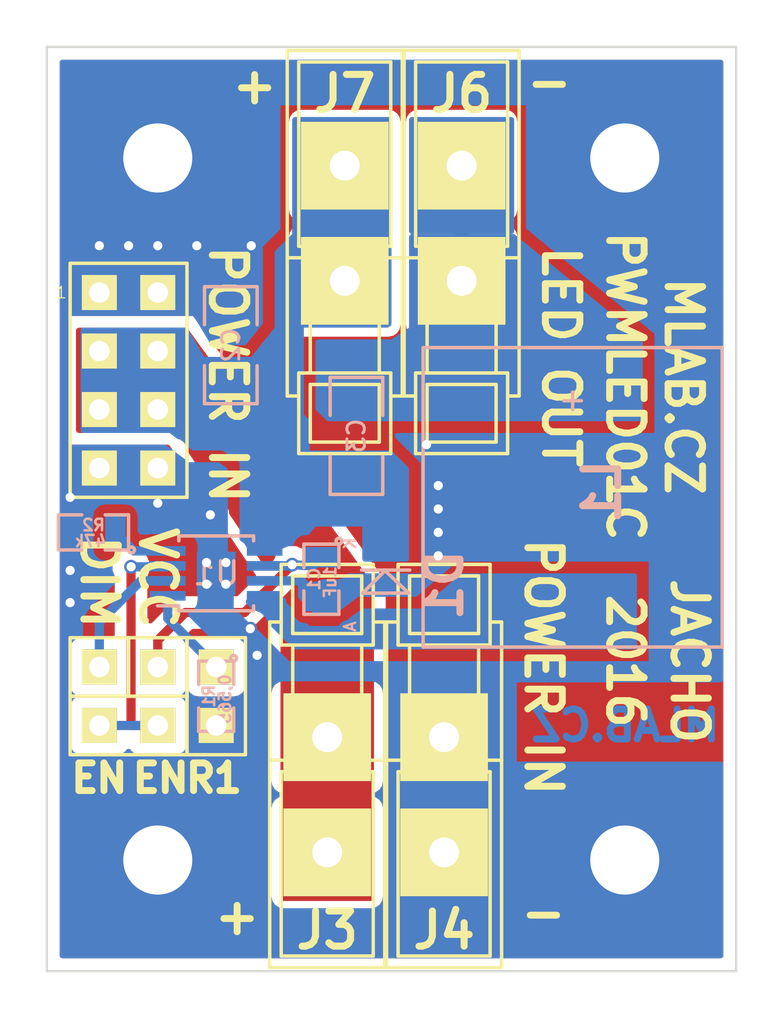
<source format=kicad_pcb>
(kicad_pcb (version 4) (host pcbnew 0.201601041403+6416~40~ubuntu15.10.1-stable)

  (general
    (links 43)
    (no_connects 0)
    (area 121.617857 64.77 156.718001 109.220001)
    (thickness 1.6)
    (drawings 21)
    (tracks 98)
    (zones 0)
    (modules 21)
    (nets 10)
  )

  (page A4)
  (layers
    (0 F.Cu signal)
    (31 B.Cu signal)
    (32 B.Adhes user)
    (33 F.Adhes user)
    (34 B.Paste user)
    (35 F.Paste user)
    (36 B.SilkS user)
    (37 F.SilkS user)
    (38 B.Mask user)
    (39 F.Mask user)
    (40 Dwgs.User user)
    (41 Cmts.User user)
    (42 Eco1.User user)
    (43 Eco2.User user)
    (44 Edge.Cuts user)
    (45 Margin user)
    (46 B.CrtYd user)
    (47 F.CrtYd user)
    (48 B.Fab user)
    (49 F.Fab user)
  )

  (setup
    (last_trace_width 0.25)
    (user_trace_width 0.2)
    (user_trace_width 0.3)
    (user_trace_width 0.4)
    (user_trace_width 0.5)
    (user_trace_width 0.6)
    (trace_clearance 0.2)
    (zone_clearance 0.508)
    (zone_45_only yes)
    (trace_min 0.2)
    (segment_width 0.2)
    (edge_width 0.1)
    (via_size 0.6)
    (via_drill 0.4)
    (via_min_size 0.4)
    (via_min_drill 0.3)
    (uvia_size 0.3)
    (uvia_drill 0.1)
    (uvias_allowed no)
    (uvia_min_size 0.2)
    (uvia_min_drill 0.1)
    (pcb_text_width 0.3)
    (pcb_text_size 1.5 1.5)
    (mod_edge_width 0.15)
    (mod_text_size 1 1)
    (mod_text_width 0.15)
    (pad_size 1.5 1.5)
    (pad_drill 0.6)
    (pad_to_mask_clearance 0)
    (aux_axis_origin 0 0)
    (visible_elements 7FFFFF7F)
    (pcbplotparams
      (layerselection 0x010e0_ffffffff)
      (usegerberextensions false)
      (excludeedgelayer true)
      (linewidth 0.300000)
      (plotframeref false)
      (viasonmask false)
      (mode 1)
      (useauxorigin false)
      (hpglpennumber 1)
      (hpglpenspeed 20)
      (hpglpendiameter 15)
      (hpglpenoverlay 2)
      (psnegative false)
      (psa4output false)
      (plotreference true)
      (plotvalue true)
      (plotinvisibletext false)
      (padsonsilk false)
      (subtractmaskfromsilk false)
      (outputformat 1)
      (mirror false)
      (drillshape 0)
      (scaleselection 1)
      (outputdirectory ../CAM_PROFI/))
  )

  (net 0 "")
  (net 1 GND)
  (net 2 /+LED)
  (net 3 /-LED)
  (net 4 /DIM)
  (net 5 /EN)
  (net 6 "Net-(R2-Pad1)")
  (net 7 "Net-(D1-Pad1)")
  (net 8 /Vcc)
  (net 9 "Net-(J1-Pad2)")

  (net_class Default "Toto je výchozí třída sítě."
    (clearance 0.2)
    (trace_width 0.25)
    (via_dia 0.6)
    (via_drill 0.4)
    (uvia_dia 0.3)
    (uvia_drill 0.1)
    (add_net /+LED)
    (add_net /-LED)
    (add_net /DIM)
    (add_net /EN)
    (add_net /Vcc)
    (add_net GND)
    (add_net "Net-(D1-Pad1)")
    (add_net "Net-(J1-Pad2)")
    (add_net "Net-(R2-Pad1)")
  )

  (module Mlab_Pin_Headers:Straight_1x02 (layer F.Cu) (tedit 5535DB0D) (tstamp 564C390C)
    (at 128.27 96.266 90)
    (descr "pin header straight 1x02")
    (tags "pin header straight 1x02")
    (path /564C66D6)
    (fp_text reference J2 (at 0 -3.81 90) (layer F.SilkS) hide
      (effects (font (size 1.5 1.5) (thickness 0.15)))
    )
    (fp_text value JUMP_2x1 (at 0 3.81 90) (layer F.SilkS) hide
      (effects (font (size 1.5 1.5) (thickness 0.15)))
    )
    (fp_text user 1 (at -1.651 -1.27 90) (layer F.SilkS) hide
      (effects (font (size 0.5 0.5) (thickness 0.05)))
    )
    (fp_line (start -1.27 -2.54) (end 1.27 -2.54) (layer F.SilkS) (width 0.15))
    (fp_line (start 1.27 -2.54) (end 1.27 2.54) (layer F.SilkS) (width 0.15))
    (fp_line (start 1.27 2.54) (end -1.27 2.54) (layer F.SilkS) (width 0.15))
    (fp_line (start -1.27 2.54) (end -1.27 -2.54) (layer F.SilkS) (width 0.15))
    (pad 2 thru_hole rect (at 0 1.27 90) (size 1.524 1.524) (drill 0.889) (layers *.Cu *.Mask F.SilkS)
      (net 5 /EN))
    (pad 1 thru_hole rect (at 0 -1.27 90) (size 1.524 1.524) (drill 0.889) (layers *.Cu *.Mask F.SilkS)
      (net 5 /EN))
    (model Pin_Headers/Pin_Header_Straight_1x02.wrl
      (at (xyz 0 0 0))
      (scale (xyz 1 1 1))
      (rotate (xyz 0 0 90))
    )
  )

  (module Mlab_Pin_Headers:Straight_1x02 (layer F.Cu) (tedit 564C5FE2) (tstamp 564C3906)
    (at 132.08 94.996 180)
    (descr "pin header straight 1x02")
    (tags "pin header straight 1x02")
    (path /56891485)
    (fp_text reference J1 (at 0 -3.81 180) (layer F.SilkS) hide
      (effects (font (size 1.5 1.5) (thickness 0.15)))
    )
    (fp_text value CONN1_2 (at 0 3.81 180) (layer F.SilkS) hide
      (effects (font (size 1.5 1.5) (thickness 0.15)))
    )
    (fp_text user 1 (at -1.651 -1.27 180) (layer F.SilkS) hide
      (effects (font (size 0.5 0.5) (thickness 0.05)))
    )
    (fp_line (start -1.27 -2.54) (end 1.27 -2.54) (layer F.SilkS) (width 0.15))
    (fp_line (start 1.27 -2.54) (end 1.27 2.54) (layer F.SilkS) (width 0.15))
    (fp_line (start 1.27 2.54) (end -1.27 2.54) (layer F.SilkS) (width 0.15))
    (fp_line (start -1.27 2.54) (end -1.27 -2.54) (layer F.SilkS) (width 0.15))
    (pad 2 thru_hole rect (at 0 1.27 180) (size 1.524 1.524) (drill 0.889) (layers *.Cu *.Mask F.SilkS)
      (net 9 "Net-(J1-Pad2)"))
    (pad 1 thru_hole rect (at 0 -1.27 180) (size 1.524 1.524) (drill 0.889) (layers *.Cu *.Mask F.SilkS)
      (net 1 GND))
    (model Pin_Headers/Pin_Header_Straight_1x02.wrl
      (at (xyz 0 0 0))
      (scale (xyz 1 1 1))
      (rotate (xyz 0 0 90))
    )
  )

  (module Mlab_R:SMD-0805 (layer B.Cu) (tedit 54799E0C) (tstamp 564C38EE)
    (at 136.652 89.916 270)
    (path /564C23E1)
    (attr smd)
    (fp_text reference C1 (at 0 0.3175 270) (layer B.SilkS)
      (effects (font (size 0.50038 0.50038) (thickness 0.10922)) (justify mirror))
    )
    (fp_text value 1uF (at 0.127 -0.381 270) (layer B.SilkS)
      (effects (font (size 0.50038 0.50038) (thickness 0.10922)) (justify mirror))
    )
    (fp_circle (center -1.651 -0.762) (end -1.651 -0.635) (layer B.SilkS) (width 0.15))
    (fp_line (start -0.508 -0.762) (end -1.524 -0.762) (layer B.SilkS) (width 0.15))
    (fp_line (start -1.524 -0.762) (end -1.524 0.762) (layer B.SilkS) (width 0.15))
    (fp_line (start -1.524 0.762) (end -0.508 0.762) (layer B.SilkS) (width 0.15))
    (fp_line (start 0.508 0.762) (end 1.524 0.762) (layer B.SilkS) (width 0.15))
    (fp_line (start 1.524 0.762) (end 1.524 -0.762) (layer B.SilkS) (width 0.15))
    (fp_line (start 1.524 -0.762) (end 0.508 -0.762) (layer B.SilkS) (width 0.15))
    (pad 1 smd rect (at -0.9525 0 270) (size 0.889 1.397) (layers B.Cu B.Paste B.Mask)
      (net 8 /Vcc))
    (pad 2 smd rect (at 0.9525 0 270) (size 0.889 1.397) (layers B.Cu B.Paste B.Mask)
      (net 1 GND))
    (model MLAB_3D/Resistors/chip_cms.wrl
      (at (xyz 0 0 0))
      (scale (xyz 0.1 0.1 0.1))
      (rotate (xyz 0 0 0))
    )
  )

  (module Mlab_D:Diode-MiniMELF_Standard (layer B.Cu) (tedit 547999ED) (tstamp 564C3900)
    (at 139.446 90.17 90)
    (descr "Diode Mini-MELF Standard")
    (tags "Diode Mini-MELF Standard")
    (path /565F4596)
    (attr smd)
    (fp_text reference D1 (at 0 2.54 90) (layer B.SilkS)
      (effects (font (thickness 0.3048)) (justify mirror))
    )
    (fp_text value TMMBAT48 (at 0 -3.81 90) (layer B.SilkS) hide
      (effects (font (thickness 0.3048)) (justify mirror))
    )
    (fp_line (start 0.65024 -0.0508) (end -0.35052 1.00076) (layer B.SilkS) (width 0.15))
    (fp_line (start -0.35052 1.00076) (end -0.35052 -1.00076) (layer B.SilkS) (width 0.15))
    (fp_line (start -0.35052 -1.00076) (end 0.65024 0) (layer B.SilkS) (width 0.15))
    (fp_line (start 0.65024 1.04902) (end 0.65024 -1.04902) (layer B.SilkS) (width 0.15))
    (fp_text user A (at -1.80086 -1.5494 90) (layer B.SilkS)
      (effects (font (size 0.50038 0.50038) (thickness 0.09906)) (justify mirror))
    )
    (fp_text user K (at 1.80086 -1.5494 90) (layer B.SilkS)
      (effects (font (size 0.50038 0.50038) (thickness 0.09906)) (justify mirror))
    )
    (fp_circle (center 0 0) (end 0 -0.55118) (layer B.Adhes) (width 0.381))
    (fp_circle (center 0 0) (end 0 -0.20066) (layer B.Adhes) (width 0.381))
    (pad 1 smd rect (at -1.75006 0 90) (size 1.30048 1.69926) (layers B.Cu B.Paste B.Mask)
      (net 7 "Net-(D1-Pad1)"))
    (pad 2 smd rect (at 1.75006 0 90) (size 1.30048 1.69926) (layers B.Cu B.Paste B.Mask)
      (net 2 /+LED))
    (model MLAB_3D/Diodes/MiniMELF_DO213AA.wrl
      (at (xyz 0 0 0))
      (scale (xyz 0.3937 0.3937 0.3937))
      (rotate (xyz 0 0 0))
    )
  )

  (module Mlab_Con:WAGO256 (layer F.Cu) (tedit 564C6033) (tstamp 564C3912)
    (at 136.906 99.314 90)
    (descr "WAGO-Series 236, 2Stift, 1pol, RM 5mm,")
    (tags "WAGO-Series 236, 2Stift, 1pol, RM 5mm, Anreibare Leiterplattenklemme")
    (path /564C46DC)
    (fp_text reference J3 (at -5.842 0 360) (layer F.SilkS)
      (effects (font (thickness 0.3048)))
    )
    (fp_text value WAGO256 (at 0.254 4.064 90) (layer F.SilkS) hide
      (effects (font (thickness 0.3048)))
    )
    (fp_line (start 7.54 2.5) (end 7.54 2) (layer F.SilkS) (width 0.15))
    (fp_line (start 7.54 -2) (end 7.54 -2.5) (layer F.SilkS) (width 0.15))
    (fp_line (start 1.54 2.5001) (end 1.54 -2.5001) (layer F.SilkS) (width 0.15))
    (fp_line (start -7.46 2.5001) (end -7.46 -2.5001) (layer F.SilkS) (width 0.15))
    (fp_line (start 9.54 1.501) (end 9.54 -1.501) (layer F.SilkS) (width 0.15))
    (fp_line (start 7.0401 1.501) (end 7.0401 -1.501) (layer F.SilkS) (width 0.15))
    (fp_line (start 10.0401 -2) (end 10.0401 2) (layer F.SilkS) (width 0.15))
    (fp_line (start 6.54 -2) (end 6.54 2) (layer F.SilkS) (width 0.15))
    (fp_line (start 3.54 1.5001) (end 3.54 -1.5001) (layer F.SilkS) (width 0.15))
    (fp_line (start 1.0399 -2) (end 1.0399 2) (layer F.SilkS) (width 0.15))
    (fp_line (start -6.9601 2) (end -6.9601 -2) (layer F.SilkS) (width 0.15))
    (fp_line (start 1.0399 1) (end 1.54 1) (layer F.SilkS) (width 0.15))
    (fp_line (start 7.0401 1.5) (end 9.54 1.5) (layer F.SilkS) (width 0.15))
    (fp_line (start 6.54 2) (end 10.0401 2) (layer F.SilkS) (width 0.15))
    (fp_line (start 1.0399 -1) (end 1.54 -1) (layer F.SilkS) (width 0.15))
    (fp_line (start 7.0401 -1.5) (end 9.54 -1.5) (layer F.SilkS) (width 0.15))
    (fp_line (start 6.54 -2) (end 10.041 -2) (layer F.SilkS) (width 0.15))
    (fp_line (start 3.54 1.5) (end 6.54 1.5) (layer F.SilkS) (width 0.15))
    (fp_line (start -6.9601 2) (end 1.0399 2) (layer F.SilkS) (width 0.15))
    (fp_line (start 1.54 2.5) (end 7.54 2.5) (layer F.SilkS) (width 0.15))
    (fp_line (start 3.54 -1.5) (end 6.54 -1.5) (layer F.SilkS) (width 0.15))
    (fp_line (start -6.9601 -2) (end 1.0399 -2) (layer F.SilkS) (width 0.15))
    (fp_line (start 1.54 -2.5) (end 7.54 -2.5) (layer F.SilkS) (width 0.15))
    (fp_line (start 1.54 2.5) (end -7.46 2.5) (layer F.SilkS) (width 0.15))
    (fp_line (start -7.46 -2.5) (end 1.54 -2.5) (layer F.SilkS) (width 0.15))
    (pad 1 thru_hole rect (at -2.46 0 180) (size 3.81 3.81) (drill 1.3) (layers *.Cu *.Mask F.SilkS)
      (net 2 /+LED))
    (pad 1 thru_hole rect (at 2.54 0 180) (size 3.81 3.81) (drill 1.3) (layers *.Cu *.Mask F.SilkS)
      (net 2 /+LED))
  )

  (module Mlab_Con:WAGO256 (layer F.Cu) (tedit 564C6037) (tstamp 564C3918)
    (at 141.986 99.314 90)
    (descr "WAGO-Series 236, 2Stift, 1pol, RM 5mm,")
    (tags "WAGO-Series 236, 2Stift, 1pol, RM 5mm, Anreibare Leiterplattenklemme")
    (path /564C45D7)
    (fp_text reference J4 (at -5.842 0 180) (layer F.SilkS)
      (effects (font (thickness 0.3048)))
    )
    (fp_text value WAGO256 (at 0.254 4.064 90) (layer F.SilkS) hide
      (effects (font (thickness 0.3048)))
    )
    (fp_line (start 7.54 2.5) (end 7.54 2) (layer F.SilkS) (width 0.15))
    (fp_line (start 7.54 -2) (end 7.54 -2.5) (layer F.SilkS) (width 0.15))
    (fp_line (start 1.54 2.5001) (end 1.54 -2.5001) (layer F.SilkS) (width 0.15))
    (fp_line (start -7.46 2.5001) (end -7.46 -2.5001) (layer F.SilkS) (width 0.15))
    (fp_line (start 9.54 1.501) (end 9.54 -1.501) (layer F.SilkS) (width 0.15))
    (fp_line (start 7.0401 1.501) (end 7.0401 -1.501) (layer F.SilkS) (width 0.15))
    (fp_line (start 10.0401 -2) (end 10.0401 2) (layer F.SilkS) (width 0.15))
    (fp_line (start 6.54 -2) (end 6.54 2) (layer F.SilkS) (width 0.15))
    (fp_line (start 3.54 1.5001) (end 3.54 -1.5001) (layer F.SilkS) (width 0.15))
    (fp_line (start 1.0399 -2) (end 1.0399 2) (layer F.SilkS) (width 0.15))
    (fp_line (start -6.9601 2) (end -6.9601 -2) (layer F.SilkS) (width 0.15))
    (fp_line (start 1.0399 1) (end 1.54 1) (layer F.SilkS) (width 0.15))
    (fp_line (start 7.0401 1.5) (end 9.54 1.5) (layer F.SilkS) (width 0.15))
    (fp_line (start 6.54 2) (end 10.0401 2) (layer F.SilkS) (width 0.15))
    (fp_line (start 1.0399 -1) (end 1.54 -1) (layer F.SilkS) (width 0.15))
    (fp_line (start 7.0401 -1.5) (end 9.54 -1.5) (layer F.SilkS) (width 0.15))
    (fp_line (start 6.54 -2) (end 10.041 -2) (layer F.SilkS) (width 0.15))
    (fp_line (start 3.54 1.5) (end 6.54 1.5) (layer F.SilkS) (width 0.15))
    (fp_line (start -6.9601 2) (end 1.0399 2) (layer F.SilkS) (width 0.15))
    (fp_line (start 1.54 2.5) (end 7.54 2.5) (layer F.SilkS) (width 0.15))
    (fp_line (start 3.54 -1.5) (end 6.54 -1.5) (layer F.SilkS) (width 0.15))
    (fp_line (start -6.9601 -2) (end 1.0399 -2) (layer F.SilkS) (width 0.15))
    (fp_line (start 1.54 -2.5) (end 7.54 -2.5) (layer F.SilkS) (width 0.15))
    (fp_line (start 1.54 2.5) (end -7.46 2.5) (layer F.SilkS) (width 0.15))
    (fp_line (start -7.46 -2.5) (end 1.54 -2.5) (layer F.SilkS) (width 0.15))
    (pad 1 thru_hole rect (at -2.46 0 180) (size 3.81 3.81) (drill 1.3) (layers *.Cu *.Mask F.SilkS)
      (net 1 GND))
    (pad 1 thru_hole rect (at 2.54 0 180) (size 3.81 3.81) (drill 1.3) (layers *.Cu *.Mask F.SilkS)
      (net 1 GND))
  )

  (module Mlab_Pin_Headers:Straight_2x04 (layer F.Cu) (tedit 5535DB57) (tstamp 564C3924)
    (at 128.27 81.28)
    (descr "pin header straight 2x04")
    (tags "pin header straight 2x04")
    (path /564C472F)
    (fp_text reference J5 (at 0 -6.35) (layer F.SilkS) hide
      (effects (font (size 1.5 1.5) (thickness 0.15)))
    )
    (fp_text value JUMP_4X2 (at 0 6.35) (layer F.SilkS) hide
      (effects (font (size 1.5 1.5) (thickness 0.15)))
    )
    (fp_text user 1 (at -2.921 -3.81) (layer F.SilkS)
      (effects (font (size 0.5 0.5) (thickness 0.05)))
    )
    (fp_line (start -2.54 -5.08) (end 2.54 -5.08) (layer F.SilkS) (width 0.15))
    (fp_line (start 2.54 -5.08) (end 2.54 5.08) (layer F.SilkS) (width 0.15))
    (fp_line (start 2.54 5.08) (end -2.54 5.08) (layer F.SilkS) (width 0.15))
    (fp_line (start -2.54 5.08) (end -2.54 -5.08) (layer F.SilkS) (width 0.15))
    (pad 1 thru_hole rect (at -1.27 -3.81) (size 1.524 1.524) (drill 0.889) (layers *.Cu *.Mask F.SilkS)
      (net 1 GND))
    (pad 2 thru_hole rect (at 1.27 -3.81) (size 1.524 1.524) (drill 0.889) (layers *.Cu *.Mask F.SilkS)
      (net 1 GND))
    (pad 3 thru_hole rect (at -1.27 -1.27) (size 1.524 1.524) (drill 0.889) (layers *.Cu *.Mask F.SilkS)
      (net 2 /+LED))
    (pad 4 thru_hole rect (at 1.27 -1.27) (size 1.524 1.524) (drill 0.889) (layers *.Cu *.Mask F.SilkS)
      (net 2 /+LED))
    (pad 5 thru_hole rect (at -1.27 1.27) (size 1.524 1.524) (drill 0.889) (layers *.Cu *.Mask F.SilkS)
      (net 2 /+LED))
    (pad 6 thru_hole rect (at 1.27 1.27) (size 1.524 1.524) (drill 0.889) (layers *.Cu *.Mask F.SilkS)
      (net 2 /+LED))
    (pad 7 thru_hole rect (at -1.27 3.81) (size 1.524 1.524) (drill 0.889) (layers *.Cu *.Mask F.SilkS)
      (net 1 GND))
    (pad 8 thru_hole rect (at 1.27 3.81) (size 1.524 1.524) (drill 0.889) (layers *.Cu *.Mask F.SilkS)
      (net 1 GND))
    (model Pin_Headers/Pin_Header_Straight_2x04.wrl
      (at (xyz 0 0 0))
      (scale (xyz 1 1 1))
      (rotate (xyz 0 0 90))
    )
  )

  (module Mlab_Con:WAGO256 (layer F.Cu) (tedit 564C6021) (tstamp 564C392A)
    (at 142.748 74.422 270)
    (descr "WAGO-Series 236, 2Stift, 1pol, RM 5mm,")
    (tags "WAGO-Series 236, 2Stift, 1pol, RM 5mm, Anreibare Leiterplattenklemme")
    (path /564C6DCF)
    (fp_text reference J6 (at -5.588 0 540) (layer F.SilkS)
      (effects (font (thickness 0.3048)))
    )
    (fp_text value WAGO256 (at 0.254 4.064 270) (layer F.SilkS) hide
      (effects (font (thickness 0.3048)))
    )
    (fp_line (start 7.54 2.5) (end 7.54 2) (layer F.SilkS) (width 0.15))
    (fp_line (start 7.54 -2) (end 7.54 -2.5) (layer F.SilkS) (width 0.15))
    (fp_line (start 1.54 2.5001) (end 1.54 -2.5001) (layer F.SilkS) (width 0.15))
    (fp_line (start -7.46 2.5001) (end -7.46 -2.5001) (layer F.SilkS) (width 0.15))
    (fp_line (start 9.54 1.501) (end 9.54 -1.501) (layer F.SilkS) (width 0.15))
    (fp_line (start 7.0401 1.501) (end 7.0401 -1.501) (layer F.SilkS) (width 0.15))
    (fp_line (start 10.0401 -2) (end 10.0401 2) (layer F.SilkS) (width 0.15))
    (fp_line (start 6.54 -2) (end 6.54 2) (layer F.SilkS) (width 0.15))
    (fp_line (start 3.54 1.5001) (end 3.54 -1.5001) (layer F.SilkS) (width 0.15))
    (fp_line (start 1.0399 -2) (end 1.0399 2) (layer F.SilkS) (width 0.15))
    (fp_line (start -6.9601 2) (end -6.9601 -2) (layer F.SilkS) (width 0.15))
    (fp_line (start 1.0399 1) (end 1.54 1) (layer F.SilkS) (width 0.15))
    (fp_line (start 7.0401 1.5) (end 9.54 1.5) (layer F.SilkS) (width 0.15))
    (fp_line (start 6.54 2) (end 10.0401 2) (layer F.SilkS) (width 0.15))
    (fp_line (start 1.0399 -1) (end 1.54 -1) (layer F.SilkS) (width 0.15))
    (fp_line (start 7.0401 -1.5) (end 9.54 -1.5) (layer F.SilkS) (width 0.15))
    (fp_line (start 6.54 -2) (end 10.041 -2) (layer F.SilkS) (width 0.15))
    (fp_line (start 3.54 1.5) (end 6.54 1.5) (layer F.SilkS) (width 0.15))
    (fp_line (start -6.9601 2) (end 1.0399 2) (layer F.SilkS) (width 0.15))
    (fp_line (start 1.54 2.5) (end 7.54 2.5) (layer F.SilkS) (width 0.15))
    (fp_line (start 3.54 -1.5) (end 6.54 -1.5) (layer F.SilkS) (width 0.15))
    (fp_line (start -6.9601 -2) (end 1.0399 -2) (layer F.SilkS) (width 0.15))
    (fp_line (start 1.54 -2.5) (end 7.54 -2.5) (layer F.SilkS) (width 0.15))
    (fp_line (start 1.54 2.5) (end -7.46 2.5) (layer F.SilkS) (width 0.15))
    (fp_line (start -7.46 -2.5) (end 1.54 -2.5) (layer F.SilkS) (width 0.15))
    (pad 1 thru_hole rect (at -2.46 0) (size 3.81 3.81) (drill 1.3) (layers *.Cu *.Mask F.SilkS)
      (net 3 /-LED))
    (pad 1 thru_hole rect (at 2.54 0) (size 3.81 3.81) (drill 1.3) (layers *.Cu *.Mask F.SilkS)
      (net 3 /-LED))
  )

  (module Mlab_Con:WAGO256 (layer F.Cu) (tedit 564C6017) (tstamp 564C3930)
    (at 137.668 74.422 270)
    (descr "WAGO-Series 236, 2Stift, 1pol, RM 5mm,")
    (tags "WAGO-Series 236, 2Stift, 1pol, RM 5mm, Anreibare Leiterplattenklemme")
    (path /564C7D80)
    (fp_text reference J7 (at -5.588 0 360) (layer F.SilkS)
      (effects (font (thickness 0.3048)))
    )
    (fp_text value WAGO256 (at 0.254 4.064 270) (layer F.SilkS) hide
      (effects (font (thickness 0.3048)))
    )
    (fp_line (start 7.54 2.5) (end 7.54 2) (layer F.SilkS) (width 0.15))
    (fp_line (start 7.54 -2) (end 7.54 -2.5) (layer F.SilkS) (width 0.15))
    (fp_line (start 1.54 2.5001) (end 1.54 -2.5001) (layer F.SilkS) (width 0.15))
    (fp_line (start -7.46 2.5001) (end -7.46 -2.5001) (layer F.SilkS) (width 0.15))
    (fp_line (start 9.54 1.501) (end 9.54 -1.501) (layer F.SilkS) (width 0.15))
    (fp_line (start 7.0401 1.501) (end 7.0401 -1.501) (layer F.SilkS) (width 0.15))
    (fp_line (start 10.0401 -2) (end 10.0401 2) (layer F.SilkS) (width 0.15))
    (fp_line (start 6.54 -2) (end 6.54 2) (layer F.SilkS) (width 0.15))
    (fp_line (start 3.54 1.5001) (end 3.54 -1.5001) (layer F.SilkS) (width 0.15))
    (fp_line (start 1.0399 -2) (end 1.0399 2) (layer F.SilkS) (width 0.15))
    (fp_line (start -6.9601 2) (end -6.9601 -2) (layer F.SilkS) (width 0.15))
    (fp_line (start 1.0399 1) (end 1.54 1) (layer F.SilkS) (width 0.15))
    (fp_line (start 7.0401 1.5) (end 9.54 1.5) (layer F.SilkS) (width 0.15))
    (fp_line (start 6.54 2) (end 10.0401 2) (layer F.SilkS) (width 0.15))
    (fp_line (start 1.0399 -1) (end 1.54 -1) (layer F.SilkS) (width 0.15))
    (fp_line (start 7.0401 -1.5) (end 9.54 -1.5) (layer F.SilkS) (width 0.15))
    (fp_line (start 6.54 -2) (end 10.041 -2) (layer F.SilkS) (width 0.15))
    (fp_line (start 3.54 1.5) (end 6.54 1.5) (layer F.SilkS) (width 0.15))
    (fp_line (start -6.9601 2) (end 1.0399 2) (layer F.SilkS) (width 0.15))
    (fp_line (start 1.54 2.5) (end 7.54 2.5) (layer F.SilkS) (width 0.15))
    (fp_line (start 3.54 -1.5) (end 6.54 -1.5) (layer F.SilkS) (width 0.15))
    (fp_line (start -6.9601 -2) (end 1.0399 -2) (layer F.SilkS) (width 0.15))
    (fp_line (start 1.54 -2.5) (end 7.54 -2.5) (layer F.SilkS) (width 0.15))
    (fp_line (start 1.54 2.5) (end -7.46 2.5) (layer F.SilkS) (width 0.15))
    (fp_line (start -7.46 -2.5) (end 1.54 -2.5) (layer F.SilkS) (width 0.15))
    (pad 1 thru_hole rect (at -2.46 0) (size 3.81 3.81) (drill 1.3) (layers *.Cu *.Mask F.SilkS)
      (net 2 /+LED))
    (pad 1 thru_hole rect (at 2.54 0) (size 3.81 3.81) (drill 1.3) (layers *.Cu *.Mask F.SilkS)
      (net 2 /+LED))
  )

  (module Mlab_L:DE1205-10 (layer B.Cu) (tedit 564C61C4) (tstamp 564C3936)
    (at 147.574 86.36 90)
    (descr "SMT capacitor, aluminium electrolytic, 10x10.5")
    (path /564C22DA)
    (fp_text reference L1 (at 0.254 1.27 90) (layer B.SilkS)
      (effects (font (thickness 0.3048)) (justify mirror))
    )
    (fp_text value "DE1207-22 (22uH)" (at 0 -5.842 90) (layer B.SilkS) hide
      (effects (font (size 0.50038 0.50038) (thickness 0.11938)) (justify mirror))
    )
    (fp_line (start -6.5 6.5) (end -6.5 -6.5) (layer B.SilkS) (width 0.15))
    (fp_line (start -6.5 -6.5) (end 6.5 -6.5) (layer B.SilkS) (width 0.15))
    (fp_line (start 6.5 -6.5) (end 6.5 6.5) (layer B.SilkS) (width 0.15))
    (fp_line (start 6.5 6.5) (end -6.5 6.5) (layer B.SilkS) (width 0.15))
    (fp_line (start 4.572 0) (end 3.81 0) (layer B.SilkS) (width 0.15))
    (fp_line (start 4.191 0.381) (end 4.191 -0.381) (layer B.SilkS) (width 0.15))
    (pad 1 smd rect (at 5 0 90) (size 3 5.5) (layers B.Cu B.Paste B.Mask)
      (net 3 /-LED))
    (pad 2 smd rect (at -5 0 90) (size 3 5.5) (layers B.Cu B.Paste B.Mask)
      (net 7 "Net-(D1-Pad1)"))
    (model Capacitors_SMD/c_elec_10x10_5.wrl
      (at (xyz 0 0 0))
      (scale (xyz 1 1 1))
      (rotate (xyz 0 0 0))
    )
  )

  (module Mlab_Mechanical:MountingHole_3mm placed (layer F.Cu) (tedit 5535DB2C) (tstamp 564C393B)
    (at 149.84 102.108)
    (descr "Mounting hole, Befestigungsbohrung, 3mm, No Annular, Kein Restring,")
    (tags "Mounting hole, Befestigungsbohrung, 3mm, No Annular, Kein Restring,")
    (path /564C252E)
    (fp_text reference P1 (at 0 -4.191) (layer F.SilkS) hide
      (effects (font (thickness 0.3048)))
    )
    (fp_text value M3 (at 0 4.191) (layer F.SilkS) hide
      (effects (font (thickness 0.3048)))
    )
    (fp_circle (center 0 0) (end 2.99974 0) (layer Cmts.User) (width 0.381))
    (pad 1 thru_hole circle (at 0 0) (size 6 6) (drill 3) (layers *.Cu *.Adhes *.Mask)
      (net 1 GND) (clearance 1) (zone_connect 2))
  )

  (module Mlab_Mechanical:MountingHole_3mm placed (layer F.Cu) (tedit 5535DB2C) (tstamp 564C3940)
    (at 149.84 71.628)
    (descr "Mounting hole, Befestigungsbohrung, 3mm, No Annular, Kein Restring,")
    (tags "Mounting hole, Befestigungsbohrung, 3mm, No Annular, Kein Restring,")
    (path /564CD7AE)
    (fp_text reference P2 (at 0 -4.191) (layer F.SilkS) hide
      (effects (font (thickness 0.3048)))
    )
    (fp_text value M3 (at 0 4.191) (layer F.SilkS) hide
      (effects (font (thickness 0.3048)))
    )
    (fp_circle (center 0 0) (end 2.99974 0) (layer Cmts.User) (width 0.381))
    (pad 1 thru_hole circle (at 0 0) (size 6 6) (drill 3) (layers *.Cu *.Adhes *.Mask)
      (net 1 GND) (clearance 1) (zone_connect 2))
  )

  (module Mlab_Mechanical:MountingHole_3mm placed (layer F.Cu) (tedit 5535DB2C) (tstamp 564C3945)
    (at 129.54 71.628)
    (descr "Mounting hole, Befestigungsbohrung, 3mm, No Annular, Kein Restring,")
    (tags "Mounting hole, Befestigungsbohrung, 3mm, No Annular, Kein Restring,")
    (path /564CD84E)
    (fp_text reference P3 (at 0 -4.191) (layer F.SilkS) hide
      (effects (font (thickness 0.3048)))
    )
    (fp_text value M3 (at 0 4.191) (layer F.SilkS) hide
      (effects (font (thickness 0.3048)))
    )
    (fp_circle (center 0 0) (end 2.99974 0) (layer Cmts.User) (width 0.381))
    (pad 1 thru_hole circle (at 0 0) (size 6 6) (drill 3) (layers *.Cu *.Adhes *.Mask)
      (net 1 GND) (clearance 1) (zone_connect 2))
  )

  (module Mlab_Mechanical:MountingHole_3mm placed (layer F.Cu) (tedit 5535DB2C) (tstamp 564C394A)
    (at 129.54 102.108)
    (descr "Mounting hole, Befestigungsbohrung, 3mm, No Annular, Kein Restring,")
    (tags "Mounting hole, Befestigungsbohrung, 3mm, No Annular, Kein Restring,")
    (path /564CD8D0)
    (fp_text reference P4 (at 0 -4.191) (layer F.SilkS) hide
      (effects (font (thickness 0.3048)))
    )
    (fp_text value M3 (at 0 4.191) (layer F.SilkS) hide
      (effects (font (thickness 0.3048)))
    )
    (fp_circle (center 0 0) (end 2.99974 0) (layer Cmts.User) (width 0.381))
    (pad 1 thru_hole circle (at 0 0) (size 6 6) (drill 3) (layers *.Cu *.Adhes *.Mask)
      (net 1 GND) (clearance 1) (zone_connect 2))
  )

  (module Mlab_R:SMD-0805 (layer B.Cu) (tedit 54799E0C) (tstamp 564C3950)
    (at 132.08 94.996 270)
    (path /564C2218)
    (attr smd)
    (fp_text reference R1 (at 0 0.3175 270) (layer B.SilkS)
      (effects (font (size 0.50038 0.50038) (thickness 0.10922)) (justify mirror))
    )
    (fp_text value 0,565 (at 0.127 -0.381 270) (layer B.SilkS)
      (effects (font (size 0.50038 0.50038) (thickness 0.10922)) (justify mirror))
    )
    (fp_circle (center -1.651 -0.762) (end -1.651 -0.635) (layer B.SilkS) (width 0.15))
    (fp_line (start -0.508 -0.762) (end -1.524 -0.762) (layer B.SilkS) (width 0.15))
    (fp_line (start -1.524 -0.762) (end -1.524 0.762) (layer B.SilkS) (width 0.15))
    (fp_line (start -1.524 0.762) (end -0.508 0.762) (layer B.SilkS) (width 0.15))
    (fp_line (start 0.508 0.762) (end 1.524 0.762) (layer B.SilkS) (width 0.15))
    (fp_line (start 1.524 0.762) (end 1.524 -0.762) (layer B.SilkS) (width 0.15))
    (fp_line (start 1.524 -0.762) (end 0.508 -0.762) (layer B.SilkS) (width 0.15))
    (pad 1 smd rect (at -0.9525 0 270) (size 0.889 1.397) (layers B.Cu B.Paste B.Mask)
      (net 9 "Net-(J1-Pad2)"))
    (pad 2 smd rect (at 0.9525 0 270) (size 0.889 1.397) (layers B.Cu B.Paste B.Mask)
      (net 1 GND))
    (model MLAB_3D/Resistors/chip_cms.wrl
      (at (xyz 0 0 0))
      (scale (xyz 0.1 0.1 0.1))
      (rotate (xyz 0 0 0))
    )
  )

  (module Mlab_R:SMD-0805 (layer B.Cu) (tedit 54799E0C) (tstamp 564C3956)
    (at 126.746 87.884 180)
    (path /564C555E)
    (attr smd)
    (fp_text reference R2 (at 0 0.3175 180) (layer B.SilkS)
      (effects (font (size 0.50038 0.50038) (thickness 0.10922)) (justify mirror))
    )
    (fp_text value 47k (at 0.127 -0.381 180) (layer B.SilkS)
      (effects (font (size 0.50038 0.50038) (thickness 0.10922)) (justify mirror))
    )
    (fp_circle (center -1.651 -0.762) (end -1.651 -0.635) (layer B.SilkS) (width 0.15))
    (fp_line (start -0.508 -0.762) (end -1.524 -0.762) (layer B.SilkS) (width 0.15))
    (fp_line (start -1.524 -0.762) (end -1.524 0.762) (layer B.SilkS) (width 0.15))
    (fp_line (start -1.524 0.762) (end -0.508 0.762) (layer B.SilkS) (width 0.15))
    (fp_line (start 0.508 0.762) (end 1.524 0.762) (layer B.SilkS) (width 0.15))
    (fp_line (start 1.524 0.762) (end 1.524 -0.762) (layer B.SilkS) (width 0.15))
    (fp_line (start 1.524 -0.762) (end 0.508 -0.762) (layer B.SilkS) (width 0.15))
    (pad 1 smd rect (at -0.9525 0 180) (size 0.889 1.397) (layers B.Cu B.Paste B.Mask)
      (net 6 "Net-(R2-Pad1)"))
    (pad 2 smd rect (at 0.9525 0 180) (size 0.889 1.397) (layers B.Cu B.Paste B.Mask)
      (net 1 GND))
    (model MLAB_3D/Resistors/chip_cms.wrl
      (at (xyz 0 0 0))
      (scale (xyz 0.1 0.1 0.1))
      (rotate (xyz 0 0 0))
    )
  )

  (module Mlab_IO:MSOP-8-1EP_3x3mm_Pitch0.65mm placed (layer B.Cu) (tedit 564C617D) (tstamp 564C3966)
    (at 132.08 89.662)
    (descr "MS8E Package; 8-Lead Plastic MSOP, Exposed Die Pad (see Linear Technology 05081662_K_MS8E.pdf)")
    (tags "SSOP 0.65")
    (path /564C4B7F)
    (attr smd)
    (fp_text reference U1 (at 0 0) (layer B.SilkS)
      (effects (font (size 1 1) (thickness 0.15)) (justify mirror))
    )
    (fp_text value LM3407 (at 0 -2.55) (layer B.Fab) hide
      (effects (font (size 1 1) (thickness 0.15)) (justify mirror))
    )
    (fp_line (start -2.8 1.8) (end -2.8 -1.8) (layer B.CrtYd) (width 0.05))
    (fp_line (start 2.8 1.8) (end 2.8 -1.8) (layer B.CrtYd) (width 0.05))
    (fp_line (start -2.8 1.8) (end 2.8 1.8) (layer B.CrtYd) (width 0.05))
    (fp_line (start -2.8 -1.8) (end 2.8 -1.8) (layer B.CrtYd) (width 0.05))
    (fp_line (start -1.625 1.625) (end -1.625 1.41) (layer B.SilkS) (width 0.15))
    (fp_line (start 1.625 1.625) (end 1.625 1.41) (layer B.SilkS) (width 0.15))
    (fp_line (start 1.625 -1.625) (end 1.625 -1.41) (layer B.SilkS) (width 0.15))
    (fp_line (start -1.625 -1.625) (end -1.625 -1.41) (layer B.SilkS) (width 0.15))
    (fp_line (start -1.625 1.625) (end 1.625 1.625) (layer B.SilkS) (width 0.15))
    (fp_line (start -1.625 -1.625) (end 1.625 -1.625) (layer B.SilkS) (width 0.15))
    (fp_line (start -1.625 1.41) (end -2.55 1.41) (layer B.SilkS) (width 0.15))
    (pad 1 smd rect (at -2.105 0.975) (size 1.55 0.42) (layers B.Cu B.Paste B.Mask)
      (net 9 "Net-(J1-Pad2)"))
    (pad 2 smd rect (at -2.105 0.325) (size 1.55 0.42) (layers B.Cu B.Paste B.Mask)
      (net 4 /DIM))
    (pad 3 smd rect (at -2.105 -0.325) (size 1.55 0.42) (layers B.Cu B.Paste B.Mask)
      (net 5 /EN))
    (pad 4 smd rect (at -2.105 -0.975) (size 1.55 0.42) (layers B.Cu B.Paste B.Mask)
      (net 6 "Net-(R2-Pad1)"))
    (pad 5 smd rect (at 2.105 -0.975) (size 1.55 0.42) (layers B.Cu B.Paste B.Mask)
      (net 2 /+LED))
    (pad 6 smd rect (at 2.105 -0.325) (size 1.55 0.42) (layers B.Cu B.Paste B.Mask)
      (net 8 /Vcc))
    (pad 7 smd rect (at 2.105 0.325) (size 1.55 0.42) (layers B.Cu B.Paste B.Mask)
      (net 1 GND))
    (pad 8 smd rect (at 2.105 0.975) (size 1.55 0.42) (layers B.Cu B.Paste B.Mask)
      (net 7 "Net-(D1-Pad1)"))
    (pad 9 smd rect (at 0.42 -0.47) (size 0.84 0.94) (layers B.Cu B.Paste B.Mask)
      (net 1 GND) (solder_paste_margin_ratio -0.2))
    (pad 9 smd rect (at 0.42 0.47) (size 0.84 0.94) (layers B.Cu B.Paste B.Mask)
      (net 1 GND) (solder_paste_margin_ratio -0.2))
    (pad 9 smd rect (at -0.42 -0.47) (size 0.84 0.94) (layers B.Cu B.Paste B.Mask)
      (net 1 GND) (solder_paste_margin_ratio -0.2))
    (pad 9 smd rect (at -0.42 0.47) (size 0.84 0.94) (layers B.Cu B.Paste B.Mask)
      (net 1 GND) (solder_paste_margin_ratio -0.2))
    (model Housings_SSOP.3dshapes/MSOP-8-1EP_3x3mm_Pitch0.65mm.wrl
      (at (xyz 0 0 0))
      (scale (xyz 1 1 1))
      (rotate (xyz 0 0 0))
    )
  )

  (module Mlab_Pin_Headers:Straight_1x01 (layer F.Cu) (tedit 568903F1) (tstamp 568902CA)
    (at 129.54 93.726)
    (descr "pin header straight 1x01")
    (tags "pin header straight 1x01")
    (path /5689275D)
    (fp_text reference J8 (at 0 -2.54) (layer F.SilkS) hide
      (effects (font (size 1.5 1.5) (thickness 0.15)))
    )
    (fp_text value CONN1_1 (at 0 2.54) (layer F.SilkS) hide
      (effects (font (size 1.5 1.5) (thickness 0.15)))
    )
    (fp_text user 1 (at -1.651 0) (layer F.SilkS) hide
      (effects (font (size 0.5 0.5) (thickness 0.05)))
    )
    (fp_line (start -1.27 -1.27) (end 1.27 -1.27) (layer F.SilkS) (width 0.15))
    (fp_line (start 1.27 -1.27) (end 1.27 1.27) (layer F.SilkS) (width 0.15))
    (fp_line (start 1.27 1.27) (end -1.27 1.27) (layer F.SilkS) (width 0.15))
    (fp_line (start -1.27 1.27) (end -1.27 -1.27) (layer F.SilkS) (width 0.15))
    (pad 1 thru_hole rect (at 0 0) (size 1.524 1.524) (drill 0.889) (layers *.Cu *.Mask F.SilkS)
      (net 8 /Vcc))
    (model Pin_Headers/Pin_Header_Straight_1x01.wrl
      (at (xyz 0 0 0))
      (scale (xyz 1 1 1))
      (rotate (xyz 0 0 90))
    )
  )

  (module Mlab_Pin_Headers:Straight_1x01 (layer F.Cu) (tedit 568903F6) (tstamp 568902CF)
    (at 127 93.726)
    (descr "pin header straight 1x01")
    (tags "pin header straight 1x01")
    (path /568925CE)
    (fp_text reference J9 (at 0 -2.54) (layer F.SilkS) hide
      (effects (font (size 1.5 1.5) (thickness 0.15)))
    )
    (fp_text value CONN1_1 (at 0 2.54) (layer F.SilkS) hide
      (effects (font (size 1.5 1.5) (thickness 0.15)))
    )
    (fp_text user 1 (at -1.651 0) (layer F.SilkS) hide
      (effects (font (size 0.5 0.5) (thickness 0.05)))
    )
    (fp_line (start -1.27 -1.27) (end 1.27 -1.27) (layer F.SilkS) (width 0.15))
    (fp_line (start 1.27 -1.27) (end 1.27 1.27) (layer F.SilkS) (width 0.15))
    (fp_line (start 1.27 1.27) (end -1.27 1.27) (layer F.SilkS) (width 0.15))
    (fp_line (start -1.27 1.27) (end -1.27 -1.27) (layer F.SilkS) (width 0.15))
    (pad 1 thru_hole rect (at 0 0) (size 1.524 1.524) (drill 0.889) (layers *.Cu *.Mask F.SilkS)
      (net 4 /DIM))
    (model Pin_Headers/Pin_Header_Straight_1x01.wrl
      (at (xyz 0 0 0))
      (scale (xyz 1 1 1))
      (rotate (xyz 0 0 90))
    )
  )

  (module Mlab_R:SMD-1206 (layer B.Cu) (tedit 54799957) (tstamp 56890399)
    (at 132.715 79.756 90)
    (path /5689074F)
    (attr smd)
    (fp_text reference C2 (at 0 0 90) (layer B.SilkS)
      (effects (font (size 0.762 0.762) (thickness 0.127)) (justify mirror))
    )
    (fp_text value 4,7uF/50V (at 0 0.127 90) (layer B.SilkS) hide
      (effects (font (size 0.762 0.762) (thickness 0.127)) (justify mirror))
    )
    (fp_line (start -2.54 1.143) (end -2.54 -1.143) (layer B.SilkS) (width 0.15))
    (fp_line (start -2.54 -1.143) (end -0.889 -1.143) (layer B.SilkS) (width 0.15))
    (fp_line (start 0.889 1.143) (end 2.54 1.143) (layer B.SilkS) (width 0.15))
    (fp_line (start 2.54 1.143) (end 2.54 -1.143) (layer B.SilkS) (width 0.15))
    (fp_line (start 2.54 -1.143) (end 0.889 -1.143) (layer B.SilkS) (width 0.15))
    (fp_line (start -0.889 1.143) (end -2.54 1.143) (layer B.SilkS) (width 0.15))
    (pad 1 smd rect (at -1.651 0 90) (size 1.524 2.032) (layers B.Cu B.Paste B.Mask)
      (net 2 /+LED))
    (pad 2 smd rect (at 1.651 0 90) (size 1.524 2.032) (layers B.Cu B.Paste B.Mask)
      (net 1 GND))
    (model MLAB_3D/Resistors/r_1206.wrl
      (at (xyz 0 0 0))
      (scale (xyz 1 1 1))
      (rotate (xyz 0 0 0))
    )
  )

  (module Mlab_R:SMD-1206 (layer B.Cu) (tedit 54799957) (tstamp 5689039F)
    (at 138.176 83.693 270)
    (path /56890C0D)
    (attr smd)
    (fp_text reference C3 (at 0 0 270) (layer B.SilkS)
      (effects (font (size 0.762 0.762) (thickness 0.127)) (justify mirror))
    )
    (fp_text value 4,7uF/50V (at 0 0.127 270) (layer B.SilkS) hide
      (effects (font (size 0.762 0.762) (thickness 0.127)) (justify mirror))
    )
    (fp_line (start -2.54 1.143) (end -2.54 -1.143) (layer B.SilkS) (width 0.15))
    (fp_line (start -2.54 -1.143) (end -0.889 -1.143) (layer B.SilkS) (width 0.15))
    (fp_line (start 0.889 1.143) (end 2.54 1.143) (layer B.SilkS) (width 0.15))
    (fp_line (start 2.54 1.143) (end 2.54 -1.143) (layer B.SilkS) (width 0.15))
    (fp_line (start 2.54 -1.143) (end 0.889 -1.143) (layer B.SilkS) (width 0.15))
    (fp_line (start -0.889 1.143) (end -2.54 1.143) (layer B.SilkS) (width 0.15))
    (pad 1 smd rect (at -1.651 0 270) (size 1.524 2.032) (layers B.Cu B.Paste B.Mask)
      (net 3 /-LED))
    (pad 2 smd rect (at 1.651 0 270) (size 1.524 2.032) (layers B.Cu B.Paste B.Mask)
      (net 2 /+LED))
    (model MLAB_3D/Resistors/r_1206.wrl
      (at (xyz 0 0 0))
      (scale (xyz 1 1 1))
      (rotate (xyz 0 0 0))
    )
  )

  (gr_text EN (at 129.667 98.552) (layer F.SilkS)
    (effects (font (size 1.2 1.2) (thickness 0.3)))
  )
  (gr_text R1 (at 133.35 98.552) (layer F.SilkS)
    (effects (font (size 1.2 1.2) (thickness 0.3)) (justify right))
  )
  (gr_text VCC (at 129.54 92.202 270) (layer F.SilkS)
    (effects (font (size 1.5 1.5) (thickness 0.3)) (justify right))
  )
  (gr_text "LED OUT" (at 147.066 80.264 270) (layer F.SilkS)
    (effects (font (size 1.5 1.5) (thickness 0.3)))
  )
  (gr_text 2016 (at 149.86 93.472 270) (layer F.SilkS)
    (effects (font (size 1.5 1.5) (thickness 0.3)))
  )
  (gr_text JACHO (at 152.654 93.472 270) (layer F.SilkS)
    (effects (font (size 1.5 1.5) (thickness 0.3)))
  )
  (gr_text MLAB.CZ (at 152.4 81.534 270) (layer F.SilkS)
    (effects (font (size 1.5 1.5) (thickness 0.3)))
  )
  (gr_text PWMLED01C (at 149.86 81.534 270) (layer F.SilkS)
    (effects (font (size 1.5 1.5) (thickness 0.3)))
  )
  (gr_text - (at 146.558 68.326) (layer F.SilkS)
    (effects (font (size 1.5 1.5) (thickness 0.3)))
  )
  (gr_text + (at 133.858 68.58 270) (layer F.SilkS)
    (effects (font (size 1.5 1.5) (thickness 0.3)))
  )
  (gr_text - (at 146.304 104.394) (layer F.SilkS)
    (effects (font (size 1.5 1.5) (thickness 0.3)))
  )
  (gr_text + (at 133.096 104.648 270) (layer F.SilkS)
    (effects (font (size 1.5 1.5) (thickness 0.3)))
  )
  (gr_text "POWER IN" (at 146.304 93.726 270) (layer F.SilkS)
    (effects (font (size 1.5 1.5) (thickness 0.3)))
  )
  (gr_text "POWER IN" (at 132.588 81.026 270) (layer F.SilkS)
    (effects (font (size 1.5 1.5) (thickness 0.3)))
  )
  (gr_text DIM (at 127 92.202 270) (layer F.SilkS)
    (effects (font (size 1.5 1.5) (thickness 0.3)) (justify right))
  )
  (gr_text EN (at 127 98.552) (layer F.SilkS)
    (effects (font (size 1.2 1.2) (thickness 0.3)))
  )
  (gr_text MLAB.CZ (at 149.86 96.266) (layer B.Cu)
    (effects (font (size 1.3 1.3) (thickness 0.3)) (justify mirror))
  )
  (gr_line (start 124.716 106.932) (end 124.716 66.804) (angle 90) (layer Edge.Cuts) (width 0.1))
  (gr_line (start 154.684 66.804) (end 124.716 66.804) (angle 90) (layer Edge.Cuts) (width 0.1))
  (gr_line (start 154.684 106.932) (end 154.684 66.804) (angle 90) (layer Edge.Cuts) (width 0.1))
  (gr_line (start 124.716 106.932) (end 154.684 106.932) (angle 90) (layer Edge.Cuts) (width 0.1))

  (segment (start 125.73 89.535) (end 125.73 90.932) (width 0.4) (layer F.Cu) (net 1))
  (via (at 125.73 90.932) (size 0.6) (drill 0.4) (layers F.Cu B.Cu) (net 1))
  (segment (start 125.73 86.36) (end 125.73 89.535) (width 0.4) (layer B.Cu) (net 1))
  (via (at 125.73 89.535) (size 0.6) (drill 0.4) (layers F.Cu B.Cu) (net 1))
  (segment (start 135.7705 89.987) (end 134.185 89.987) (width 0.4) (layer B.Cu) (net 1))
  (segment (start 136.652 90.8685) (end 135.7705 89.987) (width 0.4) (layer B.Cu) (net 1))
  (segment (start 131.66 90.132) (end 132.5 90.132) (width 0.6) (layer F.Cu) (net 1))
  (segment (start 131.66 89.192) (end 131.66 90.132) (width 0.6) (layer F.Cu) (net 1))
  (segment (start 132.5 90.132) (end 132.5 90.032) (width 0.6) (layer F.Cu) (net 1))
  (segment (start 132.5 90.032) (end 131.66 89.192) (width 0.6) (layer F.Cu) (net 1))
  (segment (start 132.5 89.192) (end 132.5 90.132) (width 0.6) (layer F.Cu) (net 1))
  (segment (start 131.66 89.192) (end 132.5 89.192) (width 0.6) (layer F.Cu) (net 1))
  (via (at 131.66 89.192) (size 0.6) (drill 0.4) (layers F.Cu B.Cu) (net 1))
  (via (at 131.66 90.132) (size 0.6) (drill 0.4) (layers F.Cu B.Cu) (net 1))
  (via (at 132.5 90.132) (size 0.6) (drill 0.4) (layers F.Cu B.Cu) (net 1))
  (via (at 132.5 89.192) (size 0.6) (drill 0.4) (layers F.Cu B.Cu) (net 1))
  (segment (start 141.986 94.469) (end 141.986 96.774) (width 0.4) (layer B.Cu) (net 1))
  (segment (start 141.243 93.726) (end 141.986 94.469) (width 0.4) (layer B.Cu) (net 1))
  (segment (start 135.224 93.726) (end 141.243 93.726) (width 0.4) (layer B.Cu) (net 1))
  (segment (start 125.838 77.47) (end 125.476 77.832) (width 0.4) (layer B.Cu) (net 1))
  (segment (start 127 77.47) (end 125.838 77.47) (width 0.4) (layer B.Cu) (net 1))
  (segment (start 125.838 85.09) (end 127 85.09) (width 0.4) (layer B.Cu) (net 1))
  (segment (start 125.476 84.728) (end 125.838 85.09) (width 0.4) (layer B.Cu) (net 1))
  (segment (start 125.476 77.832) (end 125.476 84.728) (width 0.4) (layer B.Cu) (net 1))
  (segment (start 137.6005 90.8685) (end 138.299 90.17) (width 0.25) (layer B.Cu) (net 1))
  (segment (start 136.652 90.8685) (end 137.6005 90.8685) (width 0.25) (layer B.Cu) (net 1))
  (segment (start 138.299 90.17) (end 140.716 90.17) (width 0.25) (layer B.Cu) (net 1))
  (segment (start 141.732 89.154) (end 141.732 88.9) (width 0.25) (layer B.Cu) (net 1))
  (via (at 141.732 88.9) (size 0.6) (drill 0.4) (layers F.Cu B.Cu) (net 1))
  (segment (start 140.716 90.17) (end 141.732 89.154) (width 0.25) (layer B.Cu) (net 1))
  (via (at 141.732 87.884) (size 0.6) (drill 0.4) (layers F.Cu B.Cu) (net 1))
  (segment (start 141.732 88.9) (end 141.732 87.884) (width 0.25) (layer F.Cu) (net 1))
  (via (at 141.732 86.868) (size 0.6) (drill 0.4) (layers F.Cu B.Cu) (net 1))
  (segment (start 141.732 87.884) (end 141.732 86.868) (width 0.25) (layer B.Cu) (net 1))
  (via (at 141.732 85.852) (size 0.6) (drill 0.4) (layers F.Cu B.Cu) (net 1))
  (segment (start 141.732 86.868) (end 141.732 85.852) (width 0.25) (layer F.Cu) (net 1))
  (via (at 141.224 84.074) (size 0.6) (drill 0.4) (layers F.Cu B.Cu) (net 1))
  (segment (start 141.732 84.582) (end 141.224 84.074) (width 0.25) (layer B.Cu) (net 1))
  (segment (start 141.732 85.852) (end 141.732 84.582) (width 0.25) (layer B.Cu) (net 1))
  (via (at 127 75.438) (size 0.6) (drill 0.4) (layers F.Cu B.Cu) (net 1))
  (segment (start 127 77.47) (end 127 75.438) (width 0.25) (layer F.Cu) (net 1))
  (via (at 128.27 75.438) (size 0.6) (drill 0.4) (layers F.Cu B.Cu) (net 1))
  (segment (start 127 75.438) (end 128.27 75.438) (width 0.25) (layer B.Cu) (net 1))
  (via (at 129.54 75.438) (size 0.6) (drill 0.4) (layers F.Cu B.Cu) (net 1))
  (segment (start 128.27 75.438) (end 129.54 75.438) (width 0.25) (layer F.Cu) (net 1))
  (via (at 133.604 75.438) (size 0.6) (drill 0.4) (layers F.Cu B.Cu) (net 1))
  (via (at 131.236226 75.438) (size 0.6) (drill 0.4) (layers F.Cu B.Cu) (net 1))
  (segment (start 133.604 75.438) (end 131.236226 75.438) (width 0.25) (layer F.Cu) (net 1))
  (segment (start 129.54 75.438) (end 131.236226 75.438) (width 0.25) (layer B.Cu) (net 1))
  (via (at 125.73 86.36) (size 0.6) (drill 0.4) (layers F.Cu B.Cu) (net 1))
  (segment (start 127 85.09) (end 125.73 86.36) (width 0.25) (layer F.Cu) (net 1))
  (via (at 129.54 86.614) (size 0.6) (drill 0.4) (layers F.Cu B.Cu) (net 1))
  (segment (start 129.54 85.09) (end 129.54 86.614) (width 0.25) (layer B.Cu) (net 1))
  (via (at 131.826 87.122) (size 0.6) (drill 0.4) (layers F.Cu B.Cu) (net 1))
  (segment (start 131.66 87.288) (end 131.826 87.122) (width 0.25) (layer F.Cu) (net 1))
  (segment (start 131.66 89.192) (end 131.66 87.288) (width 0.25) (layer F.Cu) (net 1))
  (via (at 133.560706 92.062706) (size 0.6) (drill 0.4) (layers F.Cu B.Cu) (net 1))
  (segment (start 132.5 91.002) (end 133.560706 92.062706) (width 0.25) (layer B.Cu) (net 1))
  (segment (start 132.5 90.132) (end 132.5 91.002) (width 0.25) (layer B.Cu) (net 1))
  (segment (start 133.560706 92.062706) (end 135.224 93.726) (width 0.4) (layer B.Cu) (net 1))
  (via (at 133.858 93.218) (size 0.6) (drill 0.4) (layers F.Cu B.Cu) (net 1))
  (segment (start 133.560706 92.920706) (end 133.858 93.218) (width 0.25) (layer B.Cu) (net 1))
  (segment (start 133.560706 92.062706) (end 133.560706 92.920706) (width 0.25) (layer B.Cu) (net 1))
  (segment (start 134.185 88.687) (end 134.185 87.049) (width 0.4) (layer B.Cu) (net 2))
  (segment (start 134.185 87.049) (end 135.39724 85.83676) (width 0.4) (layer B.Cu) (net 2))
  (segment (start 137.668 76.962) (end 137.668 71.962) (width 0.6) (layer B.Cu) (net 2))
  (segment (start 135.39724 85.83676) (end 137.668 85.83676) (width 0.4) (layer B.Cu) (net 2))
  (segment (start 142.748 71.962) (end 142.748 76.962) (width 0.6) (layer B.Cu) (net 3))
  (segment (start 129.975 89.987) (end 128.8 89.987) (width 0.4) (layer B.Cu) (net 4))
  (segment (start 128.8 89.987) (end 127 91.787) (width 0.4) (layer B.Cu) (net 4))
  (segment (start 127 91.787) (end 127 92.564) (width 0.4) (layer B.Cu) (net 4))
  (segment (start 127 92.564) (end 127 93.726) (width 0.4) (layer B.Cu) (net 4))
  (segment (start 128.380213 89.376422) (end 129.935578 89.376422) (width 0.4) (layer B.Cu) (net 5))
  (segment (start 129.935578 89.376422) (end 129.975 89.337) (width 0.4) (layer B.Cu) (net 5))
  (segment (start 129.54 96.266) (end 128.377999 96.265999) (width 0.4) (layer F.Cu) (net 5))
  (segment (start 128.377999 96.265999) (end 128.377999 89.378636) (width 0.4) (layer F.Cu) (net 5))
  (segment (start 128.377999 89.378636) (end 128.380213 89.376422) (width 0.4) (layer F.Cu) (net 5))
  (via (at 128.380213 89.376422) (size 0.6) (drill 0.4) (layers F.Cu B.Cu) (net 5))
  (segment (start 127 96.266) (end 129.54 96.266) (width 0.4) (layer B.Cu) (net 5))
  (segment (start 128.5015 88.687) (end 127.6985 87.884) (width 0.4) (layer B.Cu) (net 6))
  (segment (start 129.975 88.687) (end 128.5015 88.687) (width 0.4) (layer B.Cu) (net 6))
  (segment (start 134.185 90.637) (end 134.185 91.247) (width 0.4) (layer B.Cu) (net 7))
  (segment (start 134.185 91.247) (end 135.394 92.456) (width 0.4) (layer B.Cu) (net 7))
  (segment (start 135.394 92.456) (end 137.16 92.456) (width 0.4) (layer B.Cu) (net 7))
  (segment (start 137.69594 91.92006) (end 139.446 91.92006) (width 0.4) (layer B.Cu) (net 7))
  (segment (start 137.16 92.456) (end 137.69594 91.92006) (width 0.4) (layer B.Cu) (net 7))
  (segment (start 129.54 93.726) (end 129.54 92.564) (width 0.4) (layer F.Cu) (net 8))
  (segment (start 129.54 92.564) (end 130.741295 91.362705) (width 0.4) (layer F.Cu) (net 8))
  (segment (start 130.741295 91.362705) (end 133.306285 91.362705) (width 0.4) (layer F.Cu) (net 8))
  (segment (start 133.306285 91.362705) (end 135.082001 89.586989) (width 0.4) (layer F.Cu) (net 8))
  (segment (start 135.082001 89.586989) (end 135.382 89.28699) (width 0.4) (layer F.Cu) (net 8))
  (segment (start 135.382 89.28699) (end 136.2785 89.337) (width 0.4) (layer B.Cu) (net 8))
  (segment (start 134.185 89.337) (end 135.33199 89.337) (width 0.4) (layer B.Cu) (net 8))
  (segment (start 135.33199 89.337) (end 135.382 89.28699) (width 0.4) (layer B.Cu) (net 8))
  (via (at 135.382 89.28699) (size 0.6) (drill 0.4) (layers F.Cu B.Cu) (net 8))
  (segment (start 136.2785 89.337) (end 136.652 88.9635) (width 0.4) (layer B.Cu) (net 8))
  (segment (start 129.975 90.637) (end 129.975 91.621) (width 0.4) (layer B.Cu) (net 9))
  (segment (start 129.975 91.621) (end 132.08 93.726) (width 0.4) (layer B.Cu) (net 9))

  (zone (net 7) (net_name "Net-(D1-Pad1)") (layer B.Cu) (tstamp 0) (hatch edge 0.508)
    (priority 1)
    (connect_pads yes (clearance 0.508))
    (min_thickness 0.254)
    (fill yes (arc_segments 16) (thermal_gap 0.508) (thermal_bridge_width 0.508))
    (polygon
      (pts
        (xy 133.35 90.932) (xy 134.874 92.456) (xy 135.128 92.71) (xy 135.382 92.964) (xy 150.368 92.964)
        (xy 150.368 89.662) (xy 142.748 89.662) (xy 140.97 91.186) (xy 138.43 91.186) (xy 137.414 91.948)
        (xy 136.144 91.948) (xy 135.128 90.932) (xy 135.128 90.424) (xy 133.35 90.424)
      )
    )
    (filled_polygon
      (pts
        (xy 150.241 92.837) (xy 135.515868 92.837) (xy 134.45324 91.774372) (xy 134.353823 91.533763) (xy 134.091033 91.270514)
        (xy 133.747505 91.127868) (xy 133.725453 91.127848) (xy 133.48992 90.892315) (xy 133.517377 90.85164) (xy 133.51882 90.84444)
        (xy 134.96 90.84444) (xy 135.001 90.836485) (xy 135.001 90.984605) (xy 135.30606 91.289665) (xy 135.30606 91.313)
        (xy 135.353037 91.555123) (xy 135.492827 91.767927) (xy 135.70386 91.910377) (xy 135.9535 91.96044) (xy 135.976835 91.96044)
        (xy 136.091395 92.075) (xy 137.456333 92.075) (xy 138.472333 91.313) (xy 141.01698 91.313) (xy 142.79498 89.789)
        (xy 150.241 89.789) (xy 150.241 92.837)
      )
    )
  )
  (zone (net 2) (net_name /+LED) (layer B.Cu) (tstamp 0) (hatch edge 0.508)
    (priority 1)
    (connect_pads yes (clearance 0.508))
    (min_thickness 0.254)
    (fill yes (arc_segments 16) (thermal_gap 0.508) (thermal_bridge_width 0.508))
    (polygon
      (pts
        (xy 140.462 89.154) (xy 138.43 89.154) (xy 138.43 87.63) (xy 136.398 87.63) (xy 135.382 88.9)
        (xy 133.096 88.9) (xy 133.096 84.836) (xy 132.334 84.328) (xy 131.064 84.328) (xy 130.048 83.566)
        (xy 125.984 83.566) (xy 125.984 78.994) (xy 130.81 78.994) (xy 131.572 80.264) (xy 132.08 80.264)
        (xy 133.604 80.264) (xy 134.62 78.994) (xy 134.62 75.692) (xy 135.382 74.93) (xy 139.7 74.93)
        (xy 139.7 79.248) (xy 136.144 79.248) (xy 136.144 80.264) (xy 136.144 83.566) (xy 136.144 84.328)
        (xy 138.43 84.328) (xy 138.938 84.328) (xy 139.7 84.328) (xy 140.462 85.09) (xy 140.462 89.154)
      )
    )
    (filled_polygon
      (pts
        (xy 140.335 89.027) (xy 138.557 89.027) (xy 138.557 87.503) (xy 136.336961 87.503) (xy 136.042113 87.87156)
        (xy 135.9535 87.87156) (xy 135.711377 87.918537) (xy 135.498573 88.058327) (xy 135.356123 88.26936) (xy 135.339559 88.351952)
        (xy 135.196833 88.351828) (xy 134.887697 88.47956) (xy 133.520254 88.47956) (xy 133.380673 88.267073) (xy 133.223 88.160641)
        (xy 133.223 84.768032) (xy 132.372453 84.201) (xy 131.106333 84.201) (xy 130.853545 84.011409) (xy 130.762673 83.873073)
        (xy 130.55164 83.730623) (xy 130.452711 83.710783) (xy 130.090333 83.439) (xy 126.311 83.439) (xy 126.311 79.121)
        (xy 130.738094 79.121) (xy 131.500094 80.391) (xy 132.08 80.391) (xy 133.665039 80.391) (xy 134.747 79.038549)
        (xy 134.747 75.744605) (xy 135.434605 75.057) (xy 139.573 75.057) (xy 139.573 78.823491) (xy 139.507737 78.867)
        (xy 135.763 78.867) (xy 135.763 82.813026) (xy 136.017 83.067026) (xy 136.017 83.566) (xy 136.017 84.455)
        (xy 138.43 84.455) (xy 138.938 84.455) (xy 139.647395 84.455) (xy 140.335 85.142605) (xy 140.335 89.027)
      )
    )
  )
  (zone (net 3) (net_name /-LED) (layer B.Cu) (tstamp 0) (hatch edge 0.508)
    (priority 2)
    (connect_pads yes (clearance 0.508))
    (min_thickness 0.254)
    (fill yes (arc_segments 16) (thermal_gap 0.508) (thermal_bridge_width 0.508))
    (polygon
      (pts
        (xy 136.398 79.502) (xy 139.7 79.502) (xy 140.462 78.994) (xy 140.462 74.93) (xy 145.034 74.93)
        (xy 150.622 79.502) (xy 150.622 83.058) (xy 136.906 83.058) (xy 136.398 82.55)
      )
    )
    (filled_polygon
      (pts
        (xy 150.495 82.931) (xy 136.958605 82.931) (xy 136.525 82.497395) (xy 136.525 79.629) (xy 139.738453 79.629)
        (xy 140.589 79.061968) (xy 140.589 75.057) (xy 144.988666 75.057) (xy 150.495 79.562183) (xy 150.495 82.931)
      )
    )
  )
  (zone (net 2) (net_name /+LED) (layer F.Cu) (tstamp 0) (hatch edge 0.508)
    (priority 1)
    (connect_pads yes (clearance 0.508))
    (min_thickness 0.254)
    (fill yes (arc_segments 16) (thermal_gap 0.508) (thermal_bridge_width 0.508))
    (polygon
      (pts
        (xy 134.874 103.886) (xy 138.938 103.886) (xy 138.938 94.742) (xy 138.938 90.17) (xy 130.81 78.994)
        (xy 125.984 78.994) (xy 125.984 83.566) (xy 130.302 83.566) (xy 134.874 90.424)
      )
    )
    (filled_polygon
      (pts
        (xy 138.811 103.759) (xy 135.001 103.759) (xy 135.001 90.848858) (xy 135.670333 90.179524) (xy 135.910943 90.080107)
        (xy 136.174192 89.817317) (xy 136.316838 89.473789) (xy 136.317162 89.101823) (xy 136.175117 88.758047) (xy 135.912327 88.494798)
        (xy 135.568799 88.352152) (xy 135.196833 88.351828) (xy 134.853057 88.493873) (xy 134.589808 88.756663) (xy 134.489221 88.9989)
        (xy 134.241629 89.246492) (xy 132.761084 87.025674) (xy 132.761162 86.936833) (xy 132.619117 86.593057) (xy 132.356327 86.329808)
        (xy 132.27453 86.295842) (xy 130.944023 84.300083) (xy 130.902463 84.085877) (xy 130.762673 83.873073) (xy 130.57481 83.746263)
        (xy 130.369968 83.439) (xy 126.111 83.439) (xy 126.111 79.121) (xy 130.745328 79.121) (xy 138.811 90.211298)
        (xy 138.811 94.742) (xy 138.811 103.759)
      )
    )
  )
  (zone (net 1) (net_name GND) (layer B.Cu) (tstamp 0) (hatch edge 0.508)
    (connect_pads yes (clearance 0.508))
    (min_thickness 0.254)
    (fill yes (arc_segments 16) (thermal_gap 0.508) (thermal_bridge_width 0.508))
    (polygon
      (pts
        (xy 123.19 65.786) (xy 155.702 65.786) (xy 155.448 107.95) (xy 124.206 107.95)
      )
    )
    (filled_polygon
      (pts
        (xy 153.999 106.247) (xy 139.45844 106.247) (xy 139.45844 103.679) (xy 139.45844 99.869) (xy 139.411463 99.626877)
        (xy 139.271673 99.414073) (xy 139.062818 99.273093) (xy 139.265927 99.139673) (xy 139.408377 98.92864) (xy 139.45844 98.679)
        (xy 139.45844 94.869) (xy 139.411463 94.626877) (xy 139.271673 94.414073) (xy 139.06064 94.271623) (xy 138.811 94.22156)
        (xy 135.001 94.22156) (xy 134.758877 94.268537) (xy 134.546073 94.408327) (xy 134.403623 94.61936) (xy 134.35356 94.869)
        (xy 134.35356 98.679) (xy 134.400537 98.921123) (xy 134.540327 99.133927) (xy 134.749181 99.274906) (xy 134.546073 99.408327)
        (xy 134.403623 99.61936) (xy 134.35356 99.869) (xy 134.35356 103.679) (xy 134.400537 103.921123) (xy 134.540327 104.133927)
        (xy 134.75136 104.276377) (xy 135.001 104.32644) (xy 138.811 104.32644) (xy 139.053123 104.279463) (xy 139.265927 104.139673)
        (xy 139.408377 103.92864) (xy 139.45844 103.679) (xy 139.45844 106.247) (xy 133.48944 106.247) (xy 133.48944 94.488)
        (xy 133.48944 92.964) (xy 133.442463 92.721877) (xy 133.302673 92.509073) (xy 133.09164 92.366623) (xy 132.842 92.31656)
        (xy 131.851428 92.31656) (xy 130.983922 91.449054) (xy 130.992123 91.447463) (xy 131.204927 91.307673) (xy 131.347377 91.09664)
        (xy 131.39744 90.847) (xy 131.39744 90.427) (xy 131.374758 90.310099) (xy 131.39744 90.197) (xy 131.39744 89.777)
        (xy 131.374758 89.660099) (xy 131.39744 89.547) (xy 131.39744 89.127) (xy 131.374758 89.010099) (xy 131.39744 88.897)
        (xy 131.39744 88.477) (xy 131.350463 88.234877) (xy 131.210673 88.022073) (xy 130.99964 87.879623) (xy 130.75 87.82956)
        (xy 129.2 87.82956) (xy 129.084342 87.852) (xy 128.847368 87.852) (xy 128.79044 87.795071) (xy 128.79044 87.1855)
        (xy 128.743463 86.943377) (xy 128.603673 86.730573) (xy 128.39264 86.588123) (xy 128.143 86.53806) (xy 127.254 86.53806)
        (xy 127.011877 86.585037) (xy 126.799073 86.724827) (xy 126.656623 86.93586) (xy 126.60656 87.1855) (xy 126.60656 88.5825)
        (xy 126.653537 88.824623) (xy 126.793327 89.037427) (xy 127.00436 89.179877) (xy 127.254 89.22994) (xy 127.445339 89.22994)
        (xy 127.445051 89.561589) (xy 127.587096 89.905365) (xy 127.643881 89.96225) (xy 126.409566 91.196566) (xy 126.228561 91.467459)
        (xy 126.165 91.787) (xy 126.165 92.330723) (xy 125.995877 92.363537) (xy 125.783073 92.503327) (xy 125.640623 92.71436)
        (xy 125.59056 92.964) (xy 125.59056 94.488) (xy 125.637537 94.730123) (xy 125.777327 94.942927) (xy 125.855541 94.995722)
        (xy 125.783073 95.043327) (xy 125.640623 95.25436) (xy 125.59056 95.504) (xy 125.59056 97.028) (xy 125.637537 97.270123)
        (xy 125.777327 97.482927) (xy 125.98836 97.625377) (xy 126.238 97.67544) (xy 127.762 97.67544) (xy 128.004123 97.628463)
        (xy 128.216927 97.488673) (xy 128.269722 97.410458) (xy 128.317327 97.482927) (xy 128.52836 97.625377) (xy 128.778 97.67544)
        (xy 130.302 97.67544) (xy 130.544123 97.628463) (xy 130.756927 97.488673) (xy 130.899377 97.27764) (xy 130.94944 97.028)
        (xy 130.94944 95.504) (xy 130.902463 95.261877) (xy 130.762673 95.049073) (xy 130.684458 94.996277) (xy 130.756927 94.948673)
        (xy 130.809722 94.870458) (xy 130.857327 94.942927) (xy 131.06836 95.085377) (xy 131.318 95.13544) (xy 131.3815 95.13544)
        (xy 132.7785 95.13544) (xy 132.842 95.13544) (xy 133.084123 95.088463) (xy 133.296927 94.948673) (xy 133.439377 94.73764)
        (xy 133.48944 94.488) (xy 133.48944 106.247) (xy 125.401 106.247) (xy 125.401 84.201) (xy 129.836333 84.201)
        (xy 130.852333 84.963) (xy 132.141737 84.963) (xy 132.461 85.175842) (xy 132.461 89.535) (xy 132.76256 89.535)
        (xy 132.76256 89.547) (xy 132.809513 89.789) (xy 132.715 89.789) (xy 132.715 91.195026) (xy 134.424987 92.905013)
        (xy 134.678987 93.159013) (xy 135.118974 93.599) (xy 151.003 93.599) (xy 151.003 89.027) (xy 142.513098 89.027)
        (xy 140.735098 90.551) (xy 138.218333 90.551) (xy 137.437787 91.136409) (xy 137.3764 91.14862) (xy 137.130388 91.313)
        (xy 136.407026 91.313) (xy 135.763 90.668974) (xy 135.763 90.144541) (xy 136.231993 90.170704) (xy 136.255357 90.167396)
        (xy 136.2785 90.172) (xy 136.415882 90.144672) (xy 136.554578 90.125039) (xy 136.574898 90.113042) (xy 136.59804 90.108439)
        (xy 136.677358 90.05544) (xy 137.3505 90.05544) (xy 137.592623 90.008463) (xy 137.805427 89.868673) (xy 137.859207 89.789)
        (xy 141.097 89.789) (xy 141.097 84.826974) (xy 139.963026 83.693) (xy 151.257 83.693) (xy 151.257 79.201087)
        (xy 145.669 74.629086) (xy 145.669 69.215) (xy 140.335 69.215) (xy 139.827 69.215) (xy 134.747 69.215)
        (xy 134.747 74.666974) (xy 133.985 75.428974) (xy 133.985 78.771254) (xy 133.298803 79.629) (xy 132.08 79.629)
        (xy 131.931531 79.629) (xy 131.169531 78.359) (xy 125.401 78.359) (xy 125.401 67.489) (xy 153.999 67.489)
        (xy 153.999 94.271) (xy 145.020238 94.271) (xy 145.020238 97.961) (xy 153.999 97.961) (xy 153.999 106.247)
      )
    )
  )
  (zone (net 1) (net_name GND) (layer F.Cu) (tstamp 0) (hatch edge 0.508)
    (connect_pads yes (clearance 0.508))
    (min_thickness 0.254)
    (fill yes (arc_segments 16) (thermal_gap 0.508) (thermal_bridge_width 0.508))
    (polygon
      (pts
        (xy 122.682 64.77) (xy 156.718 65.024) (xy 155.956 109.22) (xy 123.444 108.204)
      )
    )
    (filled_polygon
      (pts
        (xy 153.999 106.247) (xy 145.30044 106.247) (xy 145.30044 78.867) (xy 145.30044 75.057) (xy 145.253463 74.814877)
        (xy 145.113673 74.602073) (xy 144.904818 74.461093) (xy 145.107927 74.327673) (xy 145.250377 74.11664) (xy 145.30044 73.867)
        (xy 145.30044 70.057) (xy 145.253463 69.814877) (xy 145.113673 69.602073) (xy 144.90264 69.459623) (xy 144.653 69.40956)
        (xy 140.843 69.40956) (xy 140.600877 69.456537) (xy 140.388073 69.596327) (xy 140.245623 69.80736) (xy 140.208205 69.993942)
        (xy 140.173463 69.814877) (xy 140.033673 69.602073) (xy 139.82264 69.459623) (xy 139.573 69.40956) (xy 135.763 69.40956)
        (xy 135.520877 69.456537) (xy 135.308073 69.596327) (xy 135.165623 69.80736) (xy 135.11556 70.057) (xy 135.11556 73.867)
        (xy 135.162537 74.109123) (xy 135.302327 74.321927) (xy 135.511181 74.462906) (xy 135.308073 74.596327) (xy 135.165623 74.80736)
        (xy 135.11556 75.057) (xy 135.11556 78.867) (xy 135.162537 79.109123) (xy 135.302327 79.321927) (xy 135.51336 79.464377)
        (xy 135.763 79.51444) (xy 139.573 79.51444) (xy 139.815123 79.467463) (xy 140.027927 79.327673) (xy 140.170377 79.11664)
        (xy 140.207794 78.930057) (xy 140.242537 79.109123) (xy 140.382327 79.321927) (xy 140.59336 79.464377) (xy 140.843 79.51444)
        (xy 144.653 79.51444) (xy 144.895123 79.467463) (xy 145.107927 79.327673) (xy 145.250377 79.11664) (xy 145.30044 78.867)
        (xy 145.30044 106.247) (xy 125.401 106.247) (xy 125.401 84.201) (xy 129.962158 84.201) (xy 133.692143 89.795978)
        (xy 132.960417 90.527705) (xy 130.741295 90.527705) (xy 130.421755 90.591265) (xy 130.150861 90.772271) (xy 129.212999 91.710133)
        (xy 129.212999 89.808988) (xy 129.315051 89.563221) (xy 129.315375 89.191255) (xy 129.17333 88.847479) (xy 128.91054 88.58423)
        (xy 128.567012 88.441584) (xy 128.195046 88.44126) (xy 127.85127 88.583305) (xy 127.588021 88.846095) (xy 127.445375 89.189623)
        (xy 127.445051 89.561589) (xy 127.542999 89.798641) (xy 127.542999 92.31656) (xy 126.238 92.31656) (xy 125.995877 92.363537)
        (xy 125.783073 92.503327) (xy 125.640623 92.71436) (xy 125.59056 92.964) (xy 125.59056 94.488) (xy 125.637537 94.730123)
        (xy 125.777327 94.942927) (xy 125.855541 94.995722) (xy 125.783073 95.043327) (xy 125.640623 95.25436) (xy 125.59056 95.504)
        (xy 125.59056 97.028) (xy 125.637537 97.270123) (xy 125.777327 97.482927) (xy 125.98836 97.625377) (xy 126.238 97.67544)
        (xy 127.762 97.67544) (xy 128.004123 97.628463) (xy 128.216927 97.488673) (xy 128.269722 97.410458) (xy 128.317327 97.482927)
        (xy 128.52836 97.625377) (xy 128.778 97.67544) (xy 130.302 97.67544) (xy 130.544123 97.628463) (xy 130.756927 97.488673)
        (xy 130.899377 97.27764) (xy 130.94944 97.028) (xy 130.94944 95.504) (xy 130.902463 95.261877) (xy 130.762673 95.049073)
        (xy 130.684458 94.996277) (xy 130.756927 94.948673) (xy 130.809722 94.870458) (xy 130.857327 94.942927) (xy 131.06836 95.085377)
        (xy 131.318 95.13544) (xy 132.842 95.13544) (xy 133.084123 95.088463) (xy 133.296927 94.948673) (xy 133.439377 94.73764)
        (xy 133.48944 94.488) (xy 133.48944 92.964) (xy 133.442463 92.721877) (xy 133.302673 92.509073) (xy 133.09164 92.366623)
        (xy 132.842 92.31656) (xy 131.318 92.31656) (xy 131.075877 92.363537) (xy 130.863073 92.503327) (xy 130.810277 92.581541)
        (xy 130.767875 92.516992) (xy 131.087162 92.197705) (xy 133.306285 92.197705) (xy 133.625825 92.134144) (xy 133.625826 92.134144)
        (xy 133.896719 91.953139) (xy 134.239 91.610858) (xy 134.239 104.521) (xy 139.573 104.521) (xy 139.573 94.742)
        (xy 139.573 89.963508) (xy 131.133358 78.359) (xy 125.401 78.359) (xy 125.401 67.489) (xy 153.999 67.489)
        (xy 153.999 106.247)
      )
    )
  )
  (zone (net 2) (net_name /+LED) (layer B.Cu) (tstamp 0) (hatch edge 0.508)
    (priority 1)
    (connect_pads yes (clearance 0.508))
    (min_thickness 0.254)
    (fill yes (arc_segments 16) (thermal_gap 0.508) (thermal_bridge_width 0.508))
    (polygon
      (pts
        (xy 139.7 75.184) (xy 139.7 70.104) (xy 139.7 69.85) (xy 135.382 69.85) (xy 135.382 75.184)
        (xy 139.7 75.184)
      )
    )
    (filled_polygon
      (pts
        (xy 139.573 75.057) (xy 135.509 75.057) (xy 135.509 69.977) (xy 139.573 69.977) (xy 139.573 70.104)
        (xy 139.573 75.057)
      )
    )
  )
  (zone (net 3) (net_name /-LED) (layer B.Cu) (tstamp 0) (hatch edge 0.508)
    (priority 1)
    (connect_pads yes (clearance 0.508))
    (min_thickness 0.254)
    (fill yes (arc_segments 16) (thermal_gap 0.508) (thermal_bridge_width 0.508))
    (polygon
      (pts
        (xy 140.462 75.184) (xy 140.462 69.85) (xy 145.034 69.85) (xy 145.034 75.184)
      )
    )
    (filled_polygon
      (pts
        (xy 144.907 74.803) (xy 140.589 74.803) (xy 140.589 69.977) (xy 144.907 69.977) (xy 144.907 74.803)
      )
    )
  )
)

</source>
